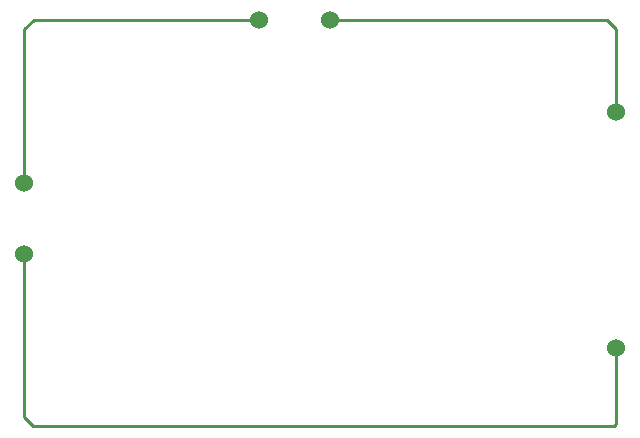
<source format=gbr>
%TF.GenerationSoftware,KiCad,Pcbnew,(6.0.7)*%
%TF.CreationDate,2022-09-05T14:44:38+08:00*%
%TF.ProjectId,6_1_3,365f315f-332e-46b6-9963-61645f706362,rev?*%
%TF.SameCoordinates,Original*%
%TF.FileFunction,Copper,L1,Top*%
%TF.FilePolarity,Positive*%
%FSLAX46Y46*%
G04 Gerber Fmt 4.6, Leading zero omitted, Abs format (unit mm)*
G04 Created by KiCad (PCBNEW (6.0.7)) date 2022-09-05 14:44:38*
%MOMM*%
%LPD*%
G01*
G04 APERTURE LIST*
%TA.AperFunction,ComponentPad*%
%ADD10C,1.524000*%
%TD*%
%TA.AperFunction,Conductor*%
%ADD11C,0.250000*%
%TD*%
G04 APERTURE END LIST*
D10*
%TO.P,MM,1,+*%
%TO.N,Net-(Es1-Pad1)*%
X65021200Y-39217600D03*
%TO.P,MM,2,-*%
%TO.N,Net-(R1-Pad1)*%
X71021200Y-39217600D03*
%TD*%
%TO.P,Es1,1,+*%
%TO.N,Net-(Es1-Pad1)*%
X45161200Y-53032400D03*
%TO.P,Es1,2,-*%
%TO.N,Net-(Es1-Pad2)*%
X45161200Y-59032400D03*
%TD*%
%TO.P,R1,1*%
%TO.N,Net-(R1-Pad1)*%
X95250000Y-47048400D03*
%TO.P,R1,2*%
%TO.N,Net-(Es1-Pad2)*%
X95250000Y-67048400D03*
%TD*%
D11*
%TO.N,Net-(Es1-Pad1)*%
X45161200Y-40030400D02*
X45974000Y-39217600D01*
X45974000Y-39217600D02*
X65021200Y-39217600D01*
X45161200Y-53032400D02*
X45161200Y-40030400D01*
%TO.N,Net-(Es1-Pad2)*%
X95250000Y-73456800D02*
X95250000Y-67048400D01*
X45161200Y-72898000D02*
X45897800Y-73634600D01*
X45161200Y-59032400D02*
X45161200Y-72898000D01*
X45897800Y-73634600D02*
X95072200Y-73634600D01*
X95072200Y-73634600D02*
X95250000Y-73456800D01*
%TO.N,Net-(R1-Pad1)*%
X95250000Y-40005000D02*
X95250000Y-47048400D01*
X71021200Y-39217600D02*
X94462600Y-39217600D01*
X94462600Y-39217600D02*
X95250000Y-40005000D01*
%TD*%
M02*

</source>
